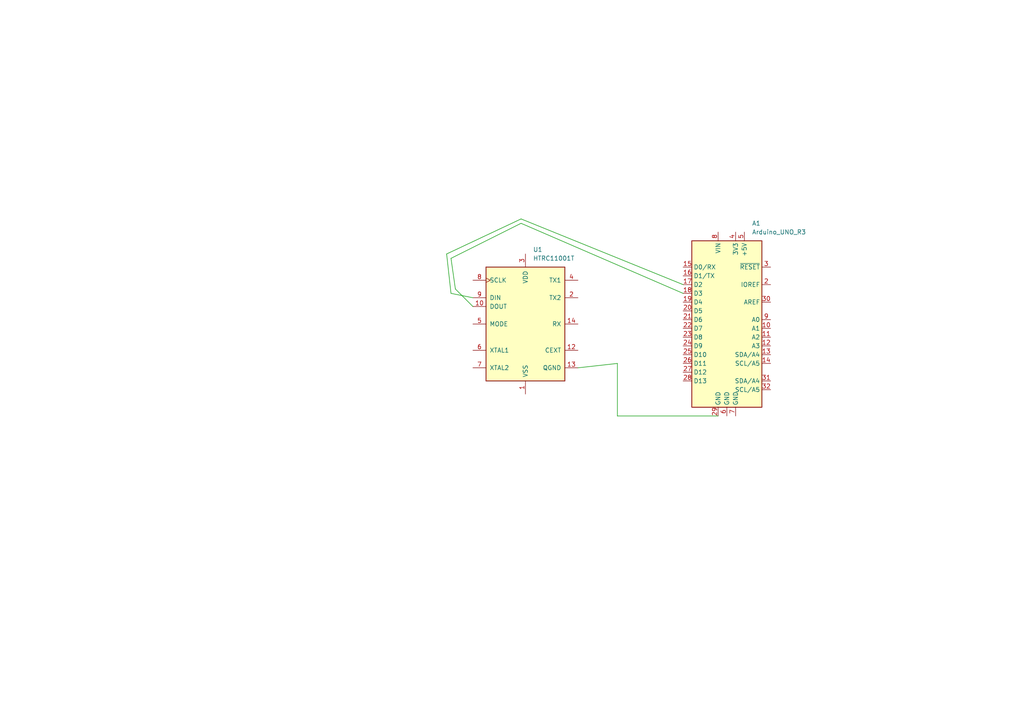
<source format=kicad_sch>
(kicad_sch (version 20231120) (generator "eeschema") (generator_version "8.0")
  (paper "A4")
  (lib_symbols
    (symbol "MCU_Module:Arduino_UNO_R3"
      (property "Reference" "A" (at -10.16 23.495 0))
      (property "Value" "Arduino_UNO_R3" (at 5.08 -26.67 0))
      (symbol "Arduino_UNO_R3_0_1"
        (rectangle (start -10.16 22.86) (end 10.16 -25.4) (stroke (width 0.254)) (fill (type background)))
      )
      (symbol "Arduino_UNO_R3_1_1"
        (pin no_connect line (at -10.16 -20.32 0) (length 2.54) hide (name "NC") (number "1"))
        (pin bidirectional line (at 12.7 -2.54 180) (length 2.54) (name "A1") (number "10"))
        (pin bidirectional line (at 12.7 -5.08 180) (length 2.54) (name "A2") (number "11"))
        (pin bidirectional line (at 12.7 -7.62 180) (length 2.54) (name "A3") (number "12"))
        (pin bidirectional line (at 12.7 -10.16 180) (length 2.54) (name "SDA/A4") (number "13"))
        (pin bidirectional line (at 12.7 -12.7 180) (length 2.54) (name "SCL/A5") (number "14"))
        (pin bidirectional line (at -12.7 15.24 0) (length 2.54) (name "D0/RX") (number "15"))
        (pin bidirectional line (at -12.7 12.7 0) (length 2.54) (name "D1/TX") (number "16"))
        (pin bidirectional line (at -12.7 10.16 0) (length 2.54) (name "D2") (number "17"))
        (pin bidirectional line (at -12.7 7.62 0) (length 2.54) (name "D3") (number "18"))
        (pin bidirectional line (at -12.7 5.08 0) (length 2.54) (name "D4") (number "19"))
        (pin output line (at 12.7 10.16 180) (length 2.54) (name "IOREF") (number "2"))
        (pin bidirectional line (at -12.7 2.54 0) (length 2.54) (name "D5") (number "20"))
        (pin bidirectional line (at -12.7 0 0) (length 2.54) (name "D6") (number "21"))
        (pin bidirectional line (at -12.7 -2.54 0) (length 2.54) (name "D7") (number "22"))
        (pin bidirectional line (at -12.7 -5.08 0) (length 2.54) (name "D8") (number "23"))
        (pin bidirectional line (at -12.7 -7.62 0) (length 2.54) (name "D9") (number "24"))
        (pin bidirectional line (at -12.7 -10.16 0) (length 2.54) (name "D10") (number "25"))
        (pin bidirectional line (at -12.7 -12.7 0) (length 2.54) (name "D11") (number "26"))
        (pin bidirectional line (at -12.7 -15.24 0) (length 2.54) (name "D12") (number "27"))
        (pin bidirectional line (at -12.7 -17.78 0) (length 2.54) (name "D13") (number "28"))
        (pin power_in line (at -2.54 -27.94 90) (length 2.54) (name "GND") (number "29"))
        (pin input line (at 12.7 15.24 180) (length 2.54) (name "~{RESET}") (number "3"))
        (pin input line (at 12.7 5.08 180) (length 2.54) (name "AREF") (number "30"))
        (pin bidirectional line (at 12.7 -17.78 180) (length 2.54) (name "SDA/A4") (number "31"))
        (pin bidirectional line (at 12.7 -20.32 180) (length 2.54) (name "SCL/A5") (number "32"))
        (pin power_out line (at 2.54 25.4 270) (length 2.54) (name "3V3") (number "4"))
        (pin power_out line (at 5.08 25.4 270) (length 2.54) (name "+5V") (number "5"))
        (pin power_in line (at 0 -27.94 90) (length 2.54) (name "GND") (number "6"))
        (pin power_in line (at 2.54 -27.94 90) (length 2.54) (name "GND") (number "7"))
        (pin power_in line (at -2.54 25.4 270) (length 2.54) (name "VIN") (number "8"))
        (pin bidirectional line (at 12.7 0 180) (length 2.54) (name "A0") (number "9"))
      )
    )
    (symbol "RF_RFID:HTRC11001T" (pin_names (offset 1.016))
      (property "Reference" "U" (at -11.43 17.78 0))
      (property "Value" "HTRC11001T" (at 2.54 17.78 0))
      (symbol "HTRC11001T_0_1"
        (rectangle (start -11.43 16.51) (end 11.43 -16.51) (stroke (width 0.254)) (fill (type background)))
      )
      (symbol "HTRC11001T_1_1"
        (pin power_in line (at 0 -20.32 90) (length 3.81) (name "VSS") (number "1"))
        (pin output line (at -15.24 5.08 0) (length 3.81) (name "DOUT") (number "10"))
        (pin passive line (at 15.24 -7.62 180) (length 3.81) (name "CEXT") (number "12"))
        (pin passive line (at 15.24 -12.7 180) (length 3.81) (name "QGND") (number "13"))
        (pin input line (at 15.24 0 180) (length 3.81) (name "RX") (number "14"))
        (pin output line (at 15.24 7.62 180) (length 3.81) (name "TX2") (number "2"))
        (pin power_in line (at 0 20.32 270) (length 3.81) (name "VDD") (number "3"))
        (pin output line (at 15.24 12.7 180) (length 3.81) (name "TX1") (number "4"))
        (pin input line (at -15.24 0 0) (length 3.81) (name "MODE") (number "5"))
        (pin input line (at -15.24 -7.62 0) (length 3.81) (name "XTAL1") (number "6"))
        (pin output line (at -15.24 -12.7 0) (length 3.81) (name "XTAL2") (number "7"))
        (pin input clock (at -15.24 12.7 0) (length 3.81) (name "SCLK") (number "8"))
        (pin input line (at -15.24 7.62 0) (length 3.81) (name "DIN") (number "9"))
      )
    )
  )
  (wire (pts (xy 129.54 73.66) (xy 130.81 85.09)))
  (wire (pts (xy 132.08 83.82) (xy 137.16 88.9)))
  (wire (pts (xy 151.13 64.77) (xy 130.81 74.93)))
  (wire (pts (xy 179.07 120.65) (xy 179.07 105.41)))
  (wire (pts (xy 198.12 82.55) (xy 151.13 63.5)))
  (wire (pts (xy 208.28 120.65) (xy 179.07 120.65)))
  (wire (pts (xy 179.07 105.41) (xy 167.64 106.68)))
  (wire (pts (xy 130.81 74.93) (xy 132.08 83.82)))
  (wire (pts (xy 130.81 85.09) (xy 137.16 86.36)))
  (wire (pts (xy 198.12 85.09) (xy 151.13 64.77)))
  (wire (pts (xy 151.13 63.5) (xy 129.54 73.66)))
  (symbol (lib_id "RF_RFID:HTRC11001T") (at 152.4 93.98 0) (unit 1)
    (property "Reference" "U1" (at 154.5941 72.39 0) (effects (justify left)))
    (property "Value" "HTRC11001T" (at 154.5941 74.93 0) (effects (justify left)))
    (property "Footprint" "Package_SO:SOIC-14_3.9x8.7mm_P1.27mm" (effects (hide yes)))
    (property "Datasheet" "https://www.nxp.com/docs/en/data-sheet/037031.pdf" (effects (hide yes)))
    (property "Description" "HITAG RF Reader Device, SOIC-14" (effects (hide yes)))
  )
  (symbol (lib_id "MCU_Module:Arduino_UNO_R3") (at 210.82 92.71 0) (unit 1)
    (property "Reference" "A1" (at 218.0941 64.77 0) (effects (justify left)))
    (property "Value" "Arduino_UNO_R3" (at 218.0941 67.31 0) (effects (justify left)))
    (property "Footprint" "Module:Arduino_UNO_R3" (effects (hide yes)))
    (property "Datasheet" "https://www.arduino.cc/en/Main/arduinoBoardUno" (effects (hide yes)))
    (property "Description" "Arduino UNO Microcontroller Module, release 3" (effects (hide yes)))
  )
)
</source>
